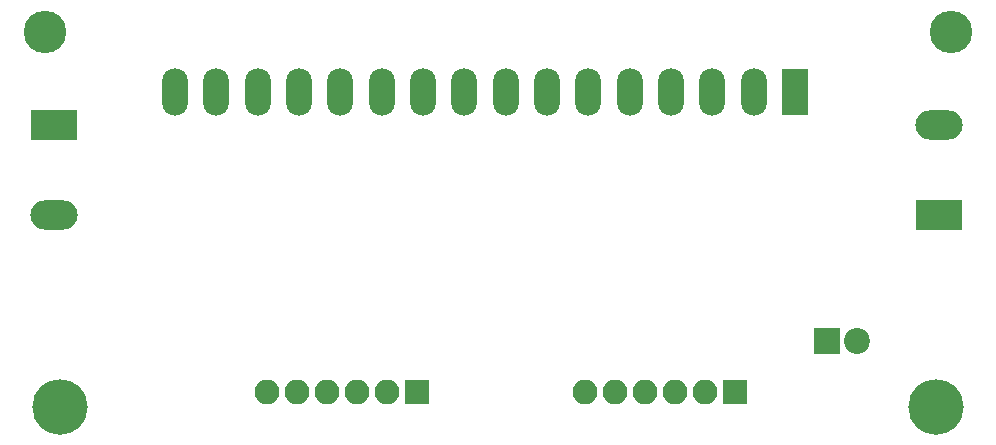
<source format=gbr>
G04 #@! TF.FileFunction,Soldermask,Bot*
%FSLAX46Y46*%
G04 Gerber Fmt 4.6, Leading zero omitted, Abs format (unit mm)*
G04 Created by KiCad (PCBNEW 4.0.5+dfsg1-4) date Fri May  5 03:22:00 2017*
%MOMM*%
%LPD*%
G01*
G04 APERTURE LIST*
%ADD10C,0.100000*%
%ADD11R,2.200000X4.000000*%
%ADD12O,2.200000X4.000000*%
%ADD13C,3.600000*%
%ADD14C,4.700000*%
%ADD15R,2.100000X2.100000*%
%ADD16O,2.100000X2.100000*%
%ADD17R,4.000000X2.500000*%
%ADD18O,4.000000X2.500000*%
%ADD19R,2.200000X2.200000*%
%ADD20C,2.200000*%
G04 APERTURE END LIST*
D10*
D11*
X83058000Y-23368000D03*
D12*
X79558000Y-23368000D03*
X76058000Y-23368000D03*
X72558000Y-23368000D03*
X69058000Y-23368000D03*
X65558000Y-23368000D03*
X62058000Y-23368000D03*
X58558000Y-23368000D03*
X55058000Y-23368000D03*
X51558000Y-23368000D03*
X48058000Y-23368000D03*
X44558000Y-23368000D03*
X41058000Y-23368000D03*
X37558000Y-23368000D03*
X34058000Y-23368000D03*
X30558000Y-23368000D03*
D13*
X19558000Y-18288000D03*
D14*
X94996000Y-50038000D03*
D15*
X51054000Y-48768000D03*
D16*
X48514000Y-48768000D03*
X45974000Y-48768000D03*
X43434000Y-48768000D03*
X40894000Y-48768000D03*
X38354000Y-48768000D03*
D15*
X77978000Y-48768000D03*
D16*
X75438000Y-48768000D03*
X72898000Y-48768000D03*
X70358000Y-48768000D03*
X67818000Y-48768000D03*
X65278000Y-48768000D03*
D17*
X20320000Y-26162000D03*
D18*
X20320000Y-33782000D03*
D17*
X95250000Y-33782000D03*
D18*
X95250000Y-26162000D03*
D14*
X20828000Y-50038000D03*
D13*
X96266000Y-18288000D03*
D19*
X85788500Y-44513500D03*
D20*
X88328500Y-44513500D03*
M02*

</source>
